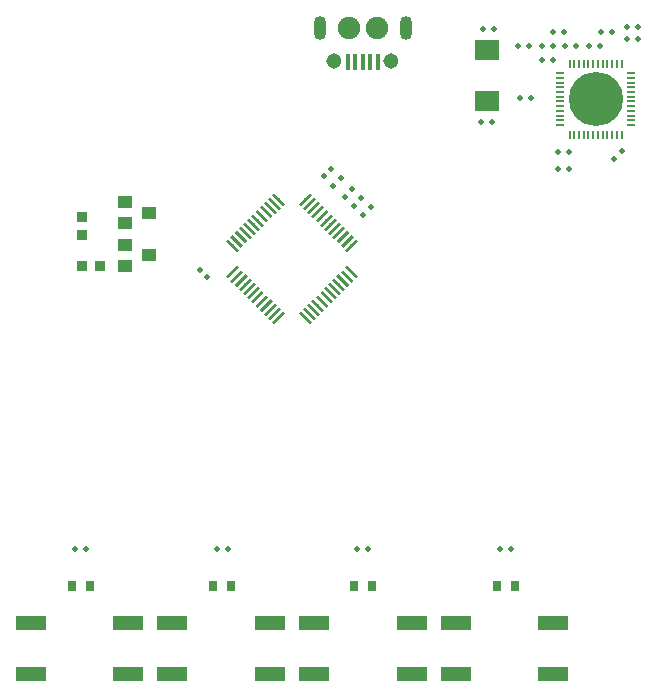
<source format=gtp>
G04 #@! TF.GenerationSoftware,KiCad,Pcbnew,(5.0.0-rc2-dev-222-g3b0a758)*
G04 #@! TF.CreationDate,2018-07-05T12:59:24+02:00*
G04 #@! TF.ProjectId,bornhack_scale_it,626F726E6861636B5F7363616C655F69,rev?*
G04 #@! TF.SameCoordinates,PX2faf080PY1c9c380*
G04 #@! TF.FileFunction,Paste,Top*
G04 #@! TF.FilePolarity,Positive*
%FSLAX46Y46*%
G04 Gerber Fmt 4.6, Leading zero omitted, Abs format (unit mm)*
G04 Created by KiCad (PCBNEW (5.0.0-rc2-dev-222-g3b0a758)) date Thursday, 05 July 2018 at 12:59:24*
%MOMM*%
%LPD*%
G01*
G04 APERTURE LIST*
%ADD10O,0.248920X0.797560*%
%ADD11O,0.797560X0.248920*%
%ADD12O,4.599940X4.599940*%
%ADD13R,0.398780X1.348740*%
%ADD14C,1.899920*%
%ADD15O,1.016000X2.032000*%
%ADD16C,1.305560*%
%ADD17C,0.497840*%
%ADD18R,2.540000X1.270000*%
%ADD19R,0.889000X0.889000*%
%ADD20C,0.250000*%
%ADD21C,0.100000*%
%ADD22R,2.032000X1.778000*%
%ADD23R,0.762000X0.889000*%
%ADD24R,1.143000X1.016000*%
G04 APERTURE END LIST*
D10*
X58500360Y-48499740D03*
X58901680Y-48499740D03*
X59300460Y-48499740D03*
X59701780Y-48499740D03*
X60100560Y-48499740D03*
X60501880Y-48499740D03*
X60898120Y-48499740D03*
X61299440Y-48499740D03*
X61698220Y-48499740D03*
X62099540Y-48499740D03*
X62498320Y-48499740D03*
X62899640Y-48499740D03*
D11*
X63699740Y-47699640D03*
X63699740Y-47298320D03*
X63699740Y-46899540D03*
X63699740Y-46498220D03*
X63699740Y-46099440D03*
X63699740Y-45698120D03*
X63699740Y-45301880D03*
X63699740Y-44900560D03*
X63699740Y-44501780D03*
X63699740Y-44100460D03*
X63699740Y-43701680D03*
X63699740Y-43300360D03*
D10*
X62899640Y-42500260D03*
X62498320Y-42500260D03*
X62099540Y-42500260D03*
X61698220Y-42500260D03*
X61299440Y-42500260D03*
X60898120Y-42500260D03*
X60501880Y-42500260D03*
X60100560Y-42500260D03*
X59701780Y-42500260D03*
X59300460Y-42500260D03*
X58901680Y-42500260D03*
X58500360Y-42500260D03*
D11*
X57700260Y-43300360D03*
X57700260Y-43701680D03*
X57700260Y-44100460D03*
X57700260Y-44501780D03*
X57700260Y-44900560D03*
X57700260Y-45301880D03*
X57700260Y-45698120D03*
X57700260Y-46099440D03*
X57700260Y-46498220D03*
X57700260Y-46899540D03*
X57700260Y-47298320D03*
X57700260Y-47699640D03*
D12*
X60700000Y-45500000D03*
D13*
X42297940Y-42372740D03*
X41647700Y-42372740D03*
X41000000Y-42372740D03*
X40352300Y-42372740D03*
X39702060Y-42372740D03*
D14*
X42198880Y-39500000D03*
X39801120Y-39500000D03*
D15*
X44624580Y-39500000D03*
X37375420Y-39500000D03*
D16*
X43423160Y-42227960D03*
X38576840Y-42227960D03*
D17*
X39448119Y-53776881D03*
X40101881Y-53123119D03*
X40223119Y-54526881D03*
X40876881Y-53873119D03*
X41048119Y-55301881D03*
X41701881Y-54648119D03*
X57537720Y-51400000D03*
X58462280Y-51400000D03*
X58462280Y-50000000D03*
X57537720Y-50000000D03*
X62253119Y-50576881D03*
X62906881Y-49923119D03*
X57062280Y-42200000D03*
X56137720Y-42200000D03*
X59062280Y-41000000D03*
X58137720Y-41000000D03*
X54137720Y-41000000D03*
X55062280Y-41000000D03*
X57137720Y-39800000D03*
X58062280Y-39800000D03*
X64262280Y-39400000D03*
X63337720Y-39400000D03*
X52062280Y-39600000D03*
X51137720Y-39600000D03*
X51037720Y-47400000D03*
X51962280Y-47400000D03*
X55262280Y-45400000D03*
X54337720Y-45400000D03*
X64262280Y-40400000D03*
X63337720Y-40400000D03*
D18*
X36872500Y-89841000D03*
X36872500Y-94159000D03*
X45127500Y-94159000D03*
X45127500Y-89841000D03*
X12872500Y-89841000D03*
X12872500Y-94159000D03*
X21127500Y-94159000D03*
X21127500Y-89841000D03*
X33127500Y-89841000D03*
X33127500Y-94159000D03*
X24872500Y-94159000D03*
X24872500Y-89841000D03*
X57127500Y-89841000D03*
X57127500Y-94159000D03*
X48872500Y-94159000D03*
X48872500Y-89841000D03*
D17*
X60137720Y-41000000D03*
X61062280Y-41000000D03*
X62062280Y-39800000D03*
X61137720Y-39800000D03*
D19*
X17200000Y-55438000D03*
X17200000Y-56962000D03*
X18762000Y-59600000D03*
X17238000Y-59600000D03*
D17*
X27826881Y-60576881D03*
X27173119Y-59923119D03*
X39126881Y-52173119D03*
X38473119Y-52826881D03*
X37673119Y-52026881D03*
X38326881Y-51373119D03*
D20*
X29979542Y-57868629D03*
D21*
G36*
X30527550Y-58239860D02*
X30350773Y-58416637D01*
X29431534Y-57497398D01*
X29608311Y-57320621D01*
X30527550Y-58239860D01*
X30527550Y-58239860D01*
G37*
D20*
X30333095Y-57515076D03*
D21*
G36*
X30881103Y-57886307D02*
X30704326Y-58063084D01*
X29785087Y-57143845D01*
X29961864Y-56967068D01*
X30881103Y-57886307D01*
X30881103Y-57886307D01*
G37*
D20*
X30686649Y-57161522D03*
D21*
G36*
X31234657Y-57532753D02*
X31057880Y-57709530D01*
X30138641Y-56790291D01*
X30315418Y-56613514D01*
X31234657Y-57532753D01*
X31234657Y-57532753D01*
G37*
D20*
X31040202Y-56807969D03*
D21*
G36*
X31588210Y-57179200D02*
X31411433Y-57355977D01*
X30492194Y-56436738D01*
X30668971Y-56259961D01*
X31588210Y-57179200D01*
X31588210Y-57179200D01*
G37*
D20*
X31393755Y-56454416D03*
D21*
G36*
X31941763Y-56825647D02*
X31764986Y-57002424D01*
X30845747Y-56083185D01*
X31022524Y-55906408D01*
X31941763Y-56825647D01*
X31941763Y-56825647D01*
G37*
D20*
X31747309Y-56100862D03*
D21*
G36*
X32295317Y-56472093D02*
X32118540Y-56648870D01*
X31199301Y-55729631D01*
X31376078Y-55552854D01*
X32295317Y-56472093D01*
X32295317Y-56472093D01*
G37*
D20*
X32100862Y-55747309D03*
D21*
G36*
X32648870Y-56118540D02*
X32472093Y-56295317D01*
X31552854Y-55376078D01*
X31729631Y-55199301D01*
X32648870Y-56118540D01*
X32648870Y-56118540D01*
G37*
D20*
X32454416Y-55393755D03*
D21*
G36*
X33002424Y-55764986D02*
X32825647Y-55941763D01*
X31906408Y-55022524D01*
X32083185Y-54845747D01*
X33002424Y-55764986D01*
X33002424Y-55764986D01*
G37*
D20*
X32807969Y-55040202D03*
D21*
G36*
X33355977Y-55411433D02*
X33179200Y-55588210D01*
X32259961Y-54668971D01*
X32436738Y-54492194D01*
X33355977Y-55411433D01*
X33355977Y-55411433D01*
G37*
D20*
X33161522Y-54686649D03*
D21*
G36*
X33709530Y-55057880D02*
X33532753Y-55234657D01*
X32613514Y-54315418D01*
X32790291Y-54138641D01*
X33709530Y-55057880D01*
X33709530Y-55057880D01*
G37*
D20*
X33515076Y-54333095D03*
D21*
G36*
X34063084Y-54704326D02*
X33886307Y-54881103D01*
X32967068Y-53961864D01*
X33143845Y-53785087D01*
X34063084Y-54704326D01*
X34063084Y-54704326D01*
G37*
D20*
X33868629Y-53979542D03*
D21*
G36*
X34416637Y-54350773D02*
X34239860Y-54527550D01*
X33320621Y-53608311D01*
X33497398Y-53431534D01*
X34416637Y-54350773D01*
X34416637Y-54350773D01*
G37*
D20*
X36131371Y-53979542D03*
D21*
G36*
X35760140Y-54527550D02*
X35583363Y-54350773D01*
X36502602Y-53431534D01*
X36679379Y-53608311D01*
X35760140Y-54527550D01*
X35760140Y-54527550D01*
G37*
D20*
X36484924Y-54333095D03*
D21*
G36*
X36113693Y-54881103D02*
X35936916Y-54704326D01*
X36856155Y-53785087D01*
X37032932Y-53961864D01*
X36113693Y-54881103D01*
X36113693Y-54881103D01*
G37*
D20*
X36838478Y-54686649D03*
D21*
G36*
X36467247Y-55234657D02*
X36290470Y-55057880D01*
X37209709Y-54138641D01*
X37386486Y-54315418D01*
X36467247Y-55234657D01*
X36467247Y-55234657D01*
G37*
D20*
X37192031Y-55040202D03*
D21*
G36*
X36820800Y-55588210D02*
X36644023Y-55411433D01*
X37563262Y-54492194D01*
X37740039Y-54668971D01*
X36820800Y-55588210D01*
X36820800Y-55588210D01*
G37*
D20*
X37545584Y-55393755D03*
D21*
G36*
X37174353Y-55941763D02*
X36997576Y-55764986D01*
X37916815Y-54845747D01*
X38093592Y-55022524D01*
X37174353Y-55941763D01*
X37174353Y-55941763D01*
G37*
D20*
X37899138Y-55747309D03*
D21*
G36*
X37527907Y-56295317D02*
X37351130Y-56118540D01*
X38270369Y-55199301D01*
X38447146Y-55376078D01*
X37527907Y-56295317D01*
X37527907Y-56295317D01*
G37*
D20*
X38252691Y-56100862D03*
D21*
G36*
X37881460Y-56648870D02*
X37704683Y-56472093D01*
X38623922Y-55552854D01*
X38800699Y-55729631D01*
X37881460Y-56648870D01*
X37881460Y-56648870D01*
G37*
D20*
X38606245Y-56454416D03*
D21*
G36*
X38235014Y-57002424D02*
X38058237Y-56825647D01*
X38977476Y-55906408D01*
X39154253Y-56083185D01*
X38235014Y-57002424D01*
X38235014Y-57002424D01*
G37*
D20*
X38959798Y-56807969D03*
D21*
G36*
X38588567Y-57355977D02*
X38411790Y-57179200D01*
X39331029Y-56259961D01*
X39507806Y-56436738D01*
X38588567Y-57355977D01*
X38588567Y-57355977D01*
G37*
D20*
X39313351Y-57161522D03*
D21*
G36*
X38942120Y-57709530D02*
X38765343Y-57532753D01*
X39684582Y-56613514D01*
X39861359Y-56790291D01*
X38942120Y-57709530D01*
X38942120Y-57709530D01*
G37*
D20*
X39666905Y-57515076D03*
D21*
G36*
X39295674Y-58063084D02*
X39118897Y-57886307D01*
X40038136Y-56967068D01*
X40214913Y-57143845D01*
X39295674Y-58063084D01*
X39295674Y-58063084D01*
G37*
D20*
X40020458Y-57868629D03*
D21*
G36*
X39649227Y-58416637D02*
X39472450Y-58239860D01*
X40391689Y-57320621D01*
X40568466Y-57497398D01*
X39649227Y-58416637D01*
X39649227Y-58416637D01*
G37*
D20*
X40020458Y-60131371D03*
D21*
G36*
X40568466Y-60502602D02*
X40391689Y-60679379D01*
X39472450Y-59760140D01*
X39649227Y-59583363D01*
X40568466Y-60502602D01*
X40568466Y-60502602D01*
G37*
D20*
X39666905Y-60484924D03*
D21*
G36*
X40214913Y-60856155D02*
X40038136Y-61032932D01*
X39118897Y-60113693D01*
X39295674Y-59936916D01*
X40214913Y-60856155D01*
X40214913Y-60856155D01*
G37*
D20*
X39313351Y-60838478D03*
D21*
G36*
X39861359Y-61209709D02*
X39684582Y-61386486D01*
X38765343Y-60467247D01*
X38942120Y-60290470D01*
X39861359Y-61209709D01*
X39861359Y-61209709D01*
G37*
D20*
X38959798Y-61192031D03*
D21*
G36*
X39507806Y-61563262D02*
X39331029Y-61740039D01*
X38411790Y-60820800D01*
X38588567Y-60644023D01*
X39507806Y-61563262D01*
X39507806Y-61563262D01*
G37*
D20*
X38606245Y-61545584D03*
D21*
G36*
X39154253Y-61916815D02*
X38977476Y-62093592D01*
X38058237Y-61174353D01*
X38235014Y-60997576D01*
X39154253Y-61916815D01*
X39154253Y-61916815D01*
G37*
D20*
X38252691Y-61899138D03*
D21*
G36*
X38800699Y-62270369D02*
X38623922Y-62447146D01*
X37704683Y-61527907D01*
X37881460Y-61351130D01*
X38800699Y-62270369D01*
X38800699Y-62270369D01*
G37*
D20*
X37899138Y-62252691D03*
D21*
G36*
X38447146Y-62623922D02*
X38270369Y-62800699D01*
X37351130Y-61881460D01*
X37527907Y-61704683D01*
X38447146Y-62623922D01*
X38447146Y-62623922D01*
G37*
D20*
X37545584Y-62606245D03*
D21*
G36*
X38093592Y-62977476D02*
X37916815Y-63154253D01*
X36997576Y-62235014D01*
X37174353Y-62058237D01*
X38093592Y-62977476D01*
X38093592Y-62977476D01*
G37*
D20*
X37192031Y-62959798D03*
D21*
G36*
X37740039Y-63331029D02*
X37563262Y-63507806D01*
X36644023Y-62588567D01*
X36820800Y-62411790D01*
X37740039Y-63331029D01*
X37740039Y-63331029D01*
G37*
D20*
X36838478Y-63313351D03*
D21*
G36*
X37386486Y-63684582D02*
X37209709Y-63861359D01*
X36290470Y-62942120D01*
X36467247Y-62765343D01*
X37386486Y-63684582D01*
X37386486Y-63684582D01*
G37*
D20*
X36484924Y-63666905D03*
D21*
G36*
X37032932Y-64038136D02*
X36856155Y-64214913D01*
X35936916Y-63295674D01*
X36113693Y-63118897D01*
X37032932Y-64038136D01*
X37032932Y-64038136D01*
G37*
D20*
X36131371Y-64020458D03*
D21*
G36*
X36679379Y-64391689D02*
X36502602Y-64568466D01*
X35583363Y-63649227D01*
X35760140Y-63472450D01*
X36679379Y-64391689D01*
X36679379Y-64391689D01*
G37*
D20*
X33868629Y-64020458D03*
D21*
G36*
X33497398Y-64568466D02*
X33320621Y-64391689D01*
X34239860Y-63472450D01*
X34416637Y-63649227D01*
X33497398Y-64568466D01*
X33497398Y-64568466D01*
G37*
D20*
X33515076Y-63666905D03*
D21*
G36*
X33143845Y-64214913D02*
X32967068Y-64038136D01*
X33886307Y-63118897D01*
X34063084Y-63295674D01*
X33143845Y-64214913D01*
X33143845Y-64214913D01*
G37*
D20*
X33161522Y-63313351D03*
D21*
G36*
X32790291Y-63861359D02*
X32613514Y-63684582D01*
X33532753Y-62765343D01*
X33709530Y-62942120D01*
X32790291Y-63861359D01*
X32790291Y-63861359D01*
G37*
D20*
X32807969Y-62959798D03*
D21*
G36*
X32436738Y-63507806D02*
X32259961Y-63331029D01*
X33179200Y-62411790D01*
X33355977Y-62588567D01*
X32436738Y-63507806D01*
X32436738Y-63507806D01*
G37*
D20*
X32454416Y-62606245D03*
D21*
G36*
X32083185Y-63154253D02*
X31906408Y-62977476D01*
X32825647Y-62058237D01*
X33002424Y-62235014D01*
X32083185Y-63154253D01*
X32083185Y-63154253D01*
G37*
D20*
X32100862Y-62252691D03*
D21*
G36*
X31729631Y-62800699D02*
X31552854Y-62623922D01*
X32472093Y-61704683D01*
X32648870Y-61881460D01*
X31729631Y-62800699D01*
X31729631Y-62800699D01*
G37*
D20*
X31747309Y-61899138D03*
D21*
G36*
X31376078Y-62447146D02*
X31199301Y-62270369D01*
X32118540Y-61351130D01*
X32295317Y-61527907D01*
X31376078Y-62447146D01*
X31376078Y-62447146D01*
G37*
D20*
X31393755Y-61545584D03*
D21*
G36*
X31022524Y-62093592D02*
X30845747Y-61916815D01*
X31764986Y-60997576D01*
X31941763Y-61174353D01*
X31022524Y-62093592D01*
X31022524Y-62093592D01*
G37*
D20*
X31040202Y-61192031D03*
D21*
G36*
X30668971Y-61740039D02*
X30492194Y-61563262D01*
X31411433Y-60644023D01*
X31588210Y-60820800D01*
X30668971Y-61740039D01*
X30668971Y-61740039D01*
G37*
D20*
X30686649Y-60838478D03*
D21*
G36*
X30315418Y-61386486D02*
X30138641Y-61209709D01*
X31057880Y-60290470D01*
X31234657Y-60467247D01*
X30315418Y-61386486D01*
X30315418Y-61386486D01*
G37*
D20*
X30333095Y-60484924D03*
D21*
G36*
X29961864Y-61032932D02*
X29785087Y-60856155D01*
X30704326Y-59936916D01*
X30881103Y-60113693D01*
X29961864Y-61032932D01*
X29961864Y-61032932D01*
G37*
D20*
X29979542Y-60131371D03*
D21*
G36*
X29608311Y-60679379D02*
X29431534Y-60502602D01*
X30350773Y-59583363D01*
X30527550Y-59760140D01*
X29608311Y-60679379D01*
X29608311Y-60679379D01*
G37*
D22*
X51500000Y-41341000D03*
X51500000Y-45659000D03*
D17*
X56137720Y-41000000D03*
X57062280Y-41000000D03*
D23*
X29862000Y-86700000D03*
X28338000Y-86700000D03*
X40238000Y-86700000D03*
X41762000Y-86700000D03*
X17862000Y-86700000D03*
X16338000Y-86700000D03*
X52338000Y-86700000D03*
X53862000Y-86700000D03*
D17*
X29562280Y-83600000D03*
X28637720Y-83600000D03*
X40537720Y-83600000D03*
X41462280Y-83600000D03*
X17562280Y-83600000D03*
X16637720Y-83600000D03*
X52637720Y-83600000D03*
X53562280Y-83600000D03*
D24*
X20884000Y-57811000D03*
X20884000Y-59589000D03*
X22916000Y-58700000D03*
X20884000Y-54211000D03*
X20884000Y-55989000D03*
X22916000Y-55100000D03*
M02*

</source>
